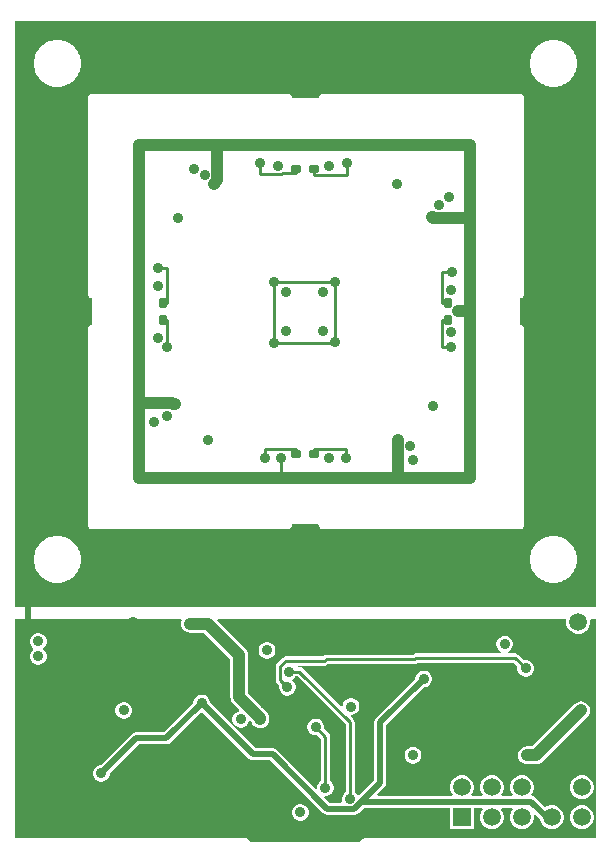
<source format=gbl>
G04*
G04 #@! TF.GenerationSoftware,Altium Limited,Altium Designer,22.9.1 (49)*
G04*
G04 Layer_Physical_Order=4*
G04 Layer_Color=16711680*
%FSLAX24Y24*%
%MOIN*%
G70*
G04*
G04 #@! TF.SameCoordinates,552243BB-0F40-405C-A021-40A65FA5EEAB*
G04*
G04*
G04 #@! TF.FilePolarity,Positive*
G04*
G01*
G75*
%ADD10C,0.0098*%
G04:AMPARAMS|DCode=22|XSize=31.5mil|YSize=29.5mil|CornerRadius=7.4mil|HoleSize=0mil|Usage=FLASHONLY|Rotation=90.000|XOffset=0mil|YOffset=0mil|HoleType=Round|Shape=RoundedRectangle|*
%AMROUNDEDRECTD22*
21,1,0.0315,0.0148,0,0,90.0*
21,1,0.0167,0.0295,0,0,90.0*
1,1,0.0148,0.0074,0.0084*
1,1,0.0148,0.0074,-0.0084*
1,1,0.0148,-0.0074,-0.0084*
1,1,0.0148,-0.0074,0.0084*
%
%ADD22ROUNDEDRECTD22*%
G04:AMPARAMS|DCode=26|XSize=31.5mil|YSize=29.5mil|CornerRadius=7.4mil|HoleSize=0mil|Usage=FLASHONLY|Rotation=180.000|XOffset=0mil|YOffset=0mil|HoleType=Round|Shape=RoundedRectangle|*
%AMROUNDEDRECTD26*
21,1,0.0315,0.0148,0,0,180.0*
21,1,0.0167,0.0295,0,0,180.0*
1,1,0.0148,-0.0084,0.0074*
1,1,0.0148,0.0084,0.0074*
1,1,0.0148,0.0084,-0.0074*
1,1,0.0148,-0.0084,-0.0074*
%
%ADD26ROUNDEDRECTD26*%
%ADD62C,0.0197*%
%ADD63C,0.0394*%
%ADD66C,0.0591*%
%ADD67R,0.0591X0.0591*%
%ADD68C,0.0354*%
G36*
X9690Y-17564D02*
X1969D01*
X1910Y-17575D01*
X1860Y-17608D01*
X1827Y-17658D01*
X1819Y-17700D01*
X-1819D01*
X-1827Y-17658D01*
X-1860Y-17608D01*
X-1910Y-17575D01*
X-1969Y-17564D01*
X-9690D01*
X-9690Y-10250D01*
X-4155D01*
X-4121Y-10300D01*
X-4134Y-10330D01*
X-4144Y-10408D01*
X-4134Y-10485D01*
X-4104Y-10557D01*
X-4056Y-10619D01*
X-3994Y-10667D01*
X-3922Y-10697D01*
X-3845Y-10707D01*
X-3366D01*
X-2499Y-11574D01*
Y-12850D01*
X-2489Y-12927D01*
X-2459Y-12999D01*
X-2412Y-13061D01*
X-2198Y-13275D01*
X-2214Y-13330D01*
X-2257Y-13342D01*
X-2320Y-13378D01*
X-2372Y-13430D01*
X-2408Y-13493D01*
X-2427Y-13564D01*
Y-13636D01*
X-2408Y-13707D01*
X-2372Y-13770D01*
X-2320Y-13822D01*
X-2257Y-13858D01*
X-2186Y-13877D01*
X-2114D01*
X-2043Y-13858D01*
X-1980Y-13822D01*
X-1928Y-13770D01*
X-1892Y-13707D01*
X-1880Y-13664D01*
X-1825Y-13648D01*
X-1785Y-13688D01*
X-1759Y-13750D01*
X-1712Y-13812D01*
X-1650Y-13859D01*
X-1577Y-13889D01*
X-1500Y-13899D01*
X-1423Y-13889D01*
X-1350Y-13859D01*
X-1288Y-13812D01*
X-1241Y-13750D01*
X-1211Y-13677D01*
X-1201Y-13600D01*
Y-13550D01*
X-1211Y-13472D01*
X-1241Y-13400D01*
X-1288Y-13338D01*
X-1901Y-12726D01*
Y-11450D01*
X-1911Y-11373D01*
X-1928Y-11330D01*
X-1941Y-11300D01*
X-1988Y-11238D01*
X-2930Y-10296D01*
X-2911Y-10250D01*
X8677D01*
X8707Y-10290D01*
X8705Y-10298D01*
Y-10402D01*
X8732Y-10503D01*
X8784Y-10593D01*
X8857Y-10666D01*
X8947Y-10718D01*
X9048Y-10745D01*
X9152D01*
X9253Y-10718D01*
X9343Y-10666D01*
X9416Y-10593D01*
X9468Y-10503D01*
X9495Y-10402D01*
Y-10298D01*
X9493Y-10290D01*
X9523Y-10250D01*
X9690D01*
X9690Y-17564D01*
D02*
G37*
G36*
X9690Y-9850D02*
X-9690D01*
X-9690Y9690D01*
X9690D01*
X9690Y-9850D01*
D02*
G37*
%LPC*%
G36*
X6686Y-10815D02*
X6613D01*
X6543Y-10833D01*
X6480Y-10870D01*
X6428Y-10921D01*
X6392Y-10985D01*
X6373Y-11055D01*
Y-11128D01*
X6392Y-11199D01*
X6428Y-11262D01*
X6480Y-11313D01*
X6539Y-11348D01*
X6541Y-11352D01*
X6516Y-11398D01*
X3688D01*
X3688Y-11398D01*
X3629Y-11409D01*
X3580Y-11442D01*
X3580Y-11442D01*
X3574Y-11448D01*
X700D01*
X700Y-11448D01*
X642Y-11459D01*
X592Y-11492D01*
X592Y-11492D01*
X587Y-11498D01*
X-650D01*
X-708Y-11509D01*
X-758Y-11542D01*
X-941Y-11726D01*
X-974Y-11775D01*
X-985Y-11833D01*
Y-12293D01*
X-974Y-12351D01*
X-941Y-12400D01*
X-872Y-12469D01*
X-877Y-12489D01*
Y-12562D01*
X-858Y-12633D01*
X-822Y-12696D01*
X-770Y-12748D01*
X-707Y-12784D01*
X-636Y-12803D01*
X-564D01*
X-493Y-12784D01*
X-430Y-12748D01*
X-378Y-12696D01*
X-342Y-12633D01*
X-323Y-12562D01*
Y-12489D01*
X-342Y-12419D01*
X-378Y-12356D01*
X-424Y-12310D01*
X-427Y-12282D01*
X-423Y-12251D01*
X-387Y-12230D01*
X-335Y-12178D01*
X-325Y-12160D01*
X-255D01*
X1348Y-13763D01*
Y-16018D01*
X1330Y-16028D01*
X1278Y-16080D01*
X1242Y-16143D01*
X1223Y-16214D01*
Y-16286D01*
X1233Y-16323D01*
X1196Y-16373D01*
X809D01*
X638Y-16202D01*
X659Y-16152D01*
X711D01*
X782Y-16133D01*
X845Y-16097D01*
X897Y-16045D01*
X933Y-15982D01*
X952Y-15911D01*
Y-15839D01*
X933Y-15768D01*
X897Y-15705D01*
X845Y-15653D01*
X827Y-15643D01*
Y-14175D01*
X816Y-14117D01*
X783Y-14067D01*
X783Y-14067D01*
X622Y-13907D01*
X627Y-13886D01*
Y-13814D01*
X608Y-13743D01*
X572Y-13680D01*
X520Y-13628D01*
X457Y-13592D01*
X386Y-13573D01*
X314D01*
X243Y-13592D01*
X180Y-13628D01*
X128Y-13680D01*
X92Y-13743D01*
X73Y-13814D01*
Y-13886D01*
X92Y-13957D01*
X128Y-14020D01*
X180Y-14072D01*
X243Y-14108D01*
X314Y-14127D01*
X386D01*
X407Y-14122D01*
X523Y-14238D01*
Y-15643D01*
X505Y-15653D01*
X453Y-15705D01*
X417Y-15768D01*
X398Y-15839D01*
Y-15891D01*
X348Y-15912D01*
X-942Y-14622D01*
X-1008Y-14578D01*
X-1085Y-14563D01*
X-1651D01*
X-3173Y-13041D01*
Y-13014D01*
X-3192Y-12943D01*
X-3228Y-12880D01*
X-3280Y-12828D01*
X-3343Y-12792D01*
X-3414Y-12773D01*
X-3486D01*
X-3557Y-12792D01*
X-3620Y-12828D01*
X-3672Y-12880D01*
X-3708Y-12943D01*
X-3727Y-13014D01*
Y-13041D01*
X-4709Y-14023D01*
X-5625D01*
X-5702Y-14038D01*
X-5768Y-14082D01*
X-6809Y-15123D01*
X-6836D01*
X-6907Y-15142D01*
X-6970Y-15178D01*
X-7022Y-15230D01*
X-7058Y-15293D01*
X-7077Y-15364D01*
Y-15436D01*
X-7058Y-15507D01*
X-7022Y-15570D01*
X-6970Y-15622D01*
X-6907Y-15658D01*
X-6836Y-15677D01*
X-6764D01*
X-6693Y-15658D01*
X-6630Y-15622D01*
X-6578Y-15570D01*
X-6542Y-15507D01*
X-6523Y-15436D01*
Y-15409D01*
X-5541Y-14427D01*
X-4625D01*
X-4548Y-14412D01*
X-4482Y-14368D01*
X-3450Y-13336D01*
X-1878Y-14908D01*
X-1812Y-14952D01*
X-1735Y-14967D01*
X-1169D01*
X583Y-16719D01*
X648Y-16762D01*
X726Y-16778D01*
X1635D01*
X1712Y-16762D01*
X1778Y-16719D01*
X1944Y-16552D01*
X4829D01*
Y-17250D01*
X5620D01*
Y-16552D01*
X5902D01*
X5921Y-16599D01*
X5908Y-16612D01*
X5856Y-16702D01*
X5829Y-16802D01*
Y-16906D01*
X5856Y-17007D01*
X5908Y-17097D01*
X5982Y-17171D01*
X6072Y-17223D01*
X6172Y-17250D01*
X6276D01*
X6377Y-17223D01*
X6467Y-17171D01*
X6541Y-17097D01*
X6593Y-17007D01*
X6620Y-16906D01*
Y-16802D01*
X6593Y-16702D01*
X6541Y-16612D01*
X6528Y-16599D01*
X6547Y-16552D01*
X6902D01*
X6921Y-16599D01*
X6908Y-16612D01*
X6856Y-16702D01*
X6829Y-16802D01*
Y-16906D01*
X6856Y-17007D01*
X6908Y-17097D01*
X6982Y-17171D01*
X7072Y-17223D01*
X7172Y-17250D01*
X7276D01*
X7377Y-17223D01*
X7467Y-17171D01*
X7541Y-17097D01*
X7593Y-17007D01*
X7620Y-16906D01*
Y-16802D01*
X7614Y-16782D01*
X7659Y-16756D01*
X7836Y-16934D01*
X7856Y-17007D01*
X7908Y-17097D01*
X7982Y-17171D01*
X8072Y-17223D01*
X8172Y-17250D01*
X8276D01*
X8377Y-17223D01*
X8467Y-17171D01*
X8541Y-17097D01*
X8593Y-17007D01*
X8620Y-16906D01*
Y-16802D01*
X8593Y-16702D01*
X8541Y-16612D01*
X8467Y-16538D01*
X8377Y-16486D01*
X8276Y-16459D01*
X8172D01*
X8072Y-16486D01*
X8002Y-16527D01*
X7682Y-16207D01*
X7616Y-16163D01*
X7557Y-16151D01*
X7537Y-16101D01*
X7541Y-16097D01*
X7593Y-16007D01*
X7620Y-15906D01*
Y-15802D01*
X7593Y-15702D01*
X7541Y-15612D01*
X7467Y-15538D01*
X7377Y-15486D01*
X7276Y-15459D01*
X7172D01*
X7072Y-15486D01*
X6982Y-15538D01*
X6908Y-15612D01*
X6856Y-15702D01*
X6829Y-15802D01*
Y-15906D01*
X6856Y-16007D01*
X6908Y-16097D01*
X6913Y-16101D01*
X6893Y-16148D01*
X6555D01*
X6536Y-16101D01*
X6541Y-16097D01*
X6593Y-16007D01*
X6620Y-15906D01*
Y-15802D01*
X6593Y-15702D01*
X6541Y-15612D01*
X6467Y-15538D01*
X6377Y-15486D01*
X6276Y-15459D01*
X6172D01*
X6072Y-15486D01*
X5982Y-15538D01*
X5908Y-15612D01*
X5856Y-15702D01*
X5829Y-15802D01*
Y-15906D01*
X5856Y-16007D01*
X5908Y-16097D01*
X5913Y-16101D01*
X5893Y-16148D01*
X5555D01*
X5536Y-16101D01*
X5541Y-16097D01*
X5593Y-16007D01*
X5620Y-15906D01*
Y-15802D01*
X5593Y-15702D01*
X5541Y-15612D01*
X5467Y-15538D01*
X5377Y-15486D01*
X5276Y-15459D01*
X5172D01*
X5072Y-15486D01*
X4982Y-15538D01*
X4908Y-15612D01*
X4856Y-15702D01*
X4829Y-15802D01*
Y-15906D01*
X4856Y-16007D01*
X4908Y-16097D01*
X4913Y-16101D01*
X4893Y-16148D01*
X2414D01*
X2395Y-16101D01*
X2643Y-15854D01*
X2687Y-15788D01*
X2702Y-15710D01*
Y-13784D01*
X3959Y-12527D01*
X3986D01*
X4057Y-12508D01*
X4120Y-12472D01*
X4172Y-12420D01*
X4208Y-12357D01*
X4227Y-12286D01*
Y-12214D01*
X4208Y-12143D01*
X4172Y-12080D01*
X4120Y-12028D01*
X4057Y-11992D01*
X3986Y-11973D01*
X3914D01*
X3843Y-11992D01*
X3780Y-12028D01*
X3728Y-12080D01*
X3692Y-12143D01*
X3673Y-12214D01*
Y-12241D01*
X2357Y-13557D01*
X2313Y-13623D01*
X2298Y-13700D01*
Y-15627D01*
X1802Y-16122D01*
X1741Y-16113D01*
X1722Y-16080D01*
X1670Y-16028D01*
X1652Y-16018D01*
Y-13700D01*
X1652Y-13700D01*
X1641Y-13642D01*
X1608Y-13592D01*
X1608Y-13592D01*
X1513Y-13498D01*
X1534Y-13448D01*
X1566D01*
X1636Y-13429D01*
X1699Y-13393D01*
X1751Y-13341D01*
X1787Y-13278D01*
X1806Y-13207D01*
Y-13134D01*
X1787Y-13064D01*
X1751Y-13001D01*
X1699Y-12949D01*
X1636Y-12913D01*
X1566Y-12894D01*
X1493D01*
X1422Y-12913D01*
X1359Y-12949D01*
X1307Y-13001D01*
X1271Y-13064D01*
X1252Y-13134D01*
Y-13166D01*
X1202Y-13187D01*
X-84Y-11901D01*
X-133Y-11868D01*
X-192Y-11856D01*
X-275D01*
X-277Y-11852D01*
X-250Y-11802D01*
X650D01*
X708Y-11791D01*
X758Y-11758D01*
X763Y-11752D01*
X3638D01*
X3696Y-11741D01*
X3745Y-11708D01*
X3751Y-11702D01*
X6937D01*
X7078Y-11843D01*
X7073Y-11864D01*
Y-11936D01*
X7092Y-12007D01*
X7128Y-12070D01*
X7180Y-12122D01*
X7243Y-12158D01*
X7314Y-12177D01*
X7386D01*
X7457Y-12158D01*
X7520Y-12122D01*
X7572Y-12070D01*
X7608Y-12007D01*
X7627Y-11936D01*
Y-11864D01*
X7608Y-11793D01*
X7572Y-11730D01*
X7520Y-11678D01*
X7457Y-11642D01*
X7386Y-11623D01*
X7314D01*
X7293Y-11628D01*
X7108Y-11442D01*
X7058Y-11409D01*
X7000Y-11398D01*
X6784D01*
X6759Y-11352D01*
X6761Y-11348D01*
X6820Y-11313D01*
X6872Y-11262D01*
X6908Y-11199D01*
X6927Y-11128D01*
Y-11055D01*
X6908Y-10985D01*
X6872Y-10921D01*
X6820Y-10870D01*
X6757Y-10833D01*
X6686Y-10815D01*
D02*
G37*
G36*
X-1240Y-11023D02*
X-1313D01*
X-1384Y-11042D01*
X-1447Y-11078D01*
X-1498Y-11130D01*
X-1535Y-11193D01*
X-1554Y-11264D01*
Y-11336D01*
X-1535Y-11407D01*
X-1498Y-11470D01*
X-1447Y-11522D01*
X-1384Y-11558D01*
X-1313Y-11577D01*
X-1240D01*
X-1170Y-11558D01*
X-1106Y-11522D01*
X-1055Y-11470D01*
X-1018Y-11407D01*
X-999Y-11336D01*
Y-11264D01*
X-1018Y-11193D01*
X-1055Y-11130D01*
X-1106Y-11078D01*
X-1170Y-11042D01*
X-1240Y-11023D01*
D02*
G37*
G36*
X-8864Y-10723D02*
X-8936D01*
X-9007Y-10742D01*
X-9070Y-10778D01*
X-9122Y-10830D01*
X-9158Y-10893D01*
X-9177Y-10964D01*
Y-11036D01*
X-9158Y-11107D01*
X-9122Y-11170D01*
X-9070Y-11222D01*
X-9065Y-11225D01*
Y-11275D01*
X-9070Y-11278D01*
X-9122Y-11330D01*
X-9158Y-11393D01*
X-9177Y-11464D01*
Y-11536D01*
X-9158Y-11607D01*
X-9122Y-11670D01*
X-9070Y-11722D01*
X-9007Y-11758D01*
X-8936Y-11777D01*
X-8864D01*
X-8793Y-11758D01*
X-8730Y-11722D01*
X-8678Y-11670D01*
X-8642Y-11607D01*
X-8623Y-11536D01*
Y-11464D01*
X-8642Y-11393D01*
X-8678Y-11330D01*
X-8730Y-11278D01*
X-8735Y-11275D01*
Y-11225D01*
X-8730Y-11222D01*
X-8678Y-11170D01*
X-8642Y-11107D01*
X-8623Y-11036D01*
Y-10964D01*
X-8642Y-10893D01*
X-8678Y-10830D01*
X-8730Y-10778D01*
X-8793Y-10742D01*
X-8864Y-10723D01*
D02*
G37*
G36*
X-6014Y-13023D02*
X-6086D01*
X-6157Y-13042D01*
X-6220Y-13078D01*
X-6272Y-13130D01*
X-6308Y-13193D01*
X-6327Y-13264D01*
Y-13336D01*
X-6308Y-13407D01*
X-6272Y-13470D01*
X-6220Y-13522D01*
X-6157Y-13558D01*
X-6086Y-13577D01*
X-6014D01*
X-5943Y-13558D01*
X-5880Y-13522D01*
X-5828Y-13470D01*
X-5792Y-13407D01*
X-5773Y-13336D01*
Y-13264D01*
X-5792Y-13193D01*
X-5828Y-13130D01*
X-5880Y-13078D01*
X-5943Y-13042D01*
X-6014Y-13023D01*
D02*
G37*
G36*
X3630Y-14517D02*
X3557D01*
X3487Y-14535D01*
X3424Y-14572D01*
X3372Y-14624D01*
X3335Y-14687D01*
X3317Y-14757D01*
Y-14830D01*
X3335Y-14901D01*
X3372Y-14964D01*
X3424Y-15015D01*
X3487Y-15052D01*
X3557Y-15071D01*
X3630D01*
X3701Y-15052D01*
X3764Y-15015D01*
X3815Y-14964D01*
X3852Y-14901D01*
X3871Y-14830D01*
Y-14757D01*
X3852Y-14687D01*
X3815Y-14624D01*
X3764Y-14572D01*
X3701Y-14535D01*
X3630Y-14517D01*
D02*
G37*
G36*
X9190Y-12996D02*
X9113Y-13006D01*
X9041Y-13036D01*
X8979Y-13084D01*
X7568Y-14494D01*
X7394D01*
X7316Y-14504D01*
X7244Y-14534D01*
X7182Y-14582D01*
X7134Y-14644D01*
X7104Y-14716D01*
X7094Y-14794D01*
X7104Y-14871D01*
X7134Y-14943D01*
X7182Y-15005D01*
X7244Y-15053D01*
X7316Y-15083D01*
X7394Y-15093D01*
X7692D01*
X7770Y-15083D01*
X7842Y-15053D01*
X7904Y-15005D01*
X9402Y-13507D01*
X9450Y-13445D01*
X9480Y-13373D01*
X9490Y-13295D01*
X9480Y-13218D01*
X9450Y-13146D01*
X9402Y-13084D01*
X9340Y-13036D01*
X9268Y-13006D01*
X9190Y-12996D01*
D02*
G37*
G36*
X9276Y-15459D02*
X9172D01*
X9072Y-15486D01*
X8982Y-15538D01*
X8908Y-15612D01*
X8856Y-15702D01*
X8829Y-15802D01*
Y-15906D01*
X8856Y-16007D01*
X8908Y-16097D01*
X8982Y-16171D01*
X9072Y-16223D01*
X9172Y-16250D01*
X9276D01*
X9377Y-16223D01*
X9467Y-16171D01*
X9541Y-16097D01*
X9593Y-16007D01*
X9620Y-15906D01*
Y-15802D01*
X9593Y-15702D01*
X9541Y-15612D01*
X9467Y-15538D01*
X9377Y-15486D01*
X9276Y-15459D01*
D02*
G37*
G36*
X-129Y-16423D02*
X-202D01*
X-272Y-16442D01*
X-336Y-16478D01*
X-387Y-16530D01*
X-424Y-16593D01*
X-442Y-16664D01*
Y-16736D01*
X-424Y-16807D01*
X-387Y-16870D01*
X-336Y-16922D01*
X-272Y-16958D01*
X-202Y-16977D01*
X-129D01*
X-58Y-16958D01*
X5Y-16922D01*
X56Y-16870D01*
X93Y-16807D01*
X112Y-16736D01*
Y-16664D01*
X93Y-16593D01*
X56Y-16530D01*
X5Y-16478D01*
X-58Y-16442D01*
X-129Y-16423D01*
D02*
G37*
G36*
X9276Y-16459D02*
X9172D01*
X9072Y-16486D01*
X8982Y-16538D01*
X8908Y-16612D01*
X8856Y-16702D01*
X8829Y-16802D01*
Y-16906D01*
X8856Y-17007D01*
X8908Y-17097D01*
X8982Y-17171D01*
X9072Y-17223D01*
X9172Y-17250D01*
X9276D01*
X9377Y-17223D01*
X9467Y-17171D01*
X9541Y-17097D01*
X9593Y-17007D01*
X9620Y-16906D01*
Y-16802D01*
X9593Y-16702D01*
X9541Y-16612D01*
X9467Y-16538D01*
X9377Y-16486D01*
X9276Y-16459D01*
D02*
G37*
G36*
X8330Y9051D02*
X8206D01*
X8191Y9048D01*
X8176D01*
X8054Y9023D01*
X8040Y9018D01*
X8025Y9015D01*
X7911Y8967D01*
X7898Y8959D01*
X7884Y8953D01*
X7781Y8884D01*
X7771Y8874D01*
X7758Y8865D01*
X7670Y8777D01*
X7662Y8765D01*
X7651Y8754D01*
X7582Y8651D01*
X7577Y8637D01*
X7568Y8625D01*
X7521Y8510D01*
X7518Y8495D01*
X7512Y8481D01*
X7488Y8360D01*
Y8345D01*
X7485Y8330D01*
Y8268D01*
Y8206D01*
X7488Y8191D01*
Y8176D01*
X7512Y8054D01*
X7518Y8040D01*
X7521Y8025D01*
X7568Y7911D01*
X7577Y7898D01*
X7582Y7884D01*
X7651Y7781D01*
X7662Y7771D01*
X7670Y7758D01*
X7758Y7670D01*
X7771Y7662D01*
X7781Y7651D01*
X7884Y7582D01*
X7898Y7577D01*
X7911Y7568D01*
X8025Y7521D01*
X8040Y7518D01*
X8054Y7512D01*
X8176Y7488D01*
X8191D01*
X8206Y7485D01*
X8330D01*
X8345Y7488D01*
X8360D01*
X8481Y7512D01*
X8495Y7518D01*
X8510Y7521D01*
X8625Y7568D01*
X8637Y7577D01*
X8651Y7582D01*
X8754Y7651D01*
X8765Y7662D01*
X8777Y7670D01*
X8865Y7758D01*
X8874Y7771D01*
X8884Y7781D01*
X8953Y7884D01*
X8959Y7898D01*
X8967Y7911D01*
X9015Y8025D01*
X9018Y8040D01*
X9023Y8054D01*
X9048Y8176D01*
Y8191D01*
X9051Y8206D01*
Y8268D01*
Y8330D01*
X9048Y8345D01*
Y8360D01*
X9023Y8481D01*
X9018Y8495D01*
X9015Y8510D01*
X8967Y8625D01*
X8959Y8637D01*
X8953Y8651D01*
X8884Y8754D01*
X8874Y8765D01*
X8865Y8777D01*
X8777Y8865D01*
X8765Y8874D01*
X8754Y8884D01*
X8651Y8953D01*
X8637Y8959D01*
X8625Y8967D01*
X8510Y9015D01*
X8495Y9018D01*
X8481Y9023D01*
X8360Y9048D01*
X8345D01*
X8330Y9051D01*
D02*
G37*
G36*
X-8206D02*
X-8330D01*
X-8345Y9048D01*
X-8360D01*
X-8481Y9023D01*
X-8495Y9018D01*
X-8510Y9015D01*
X-8625Y8967D01*
X-8637Y8959D01*
X-8651Y8953D01*
X-8754Y8884D01*
X-8765Y8874D01*
X-8777Y8865D01*
X-8865Y8777D01*
X-8874Y8765D01*
X-8884Y8754D01*
X-8953Y8651D01*
X-8959Y8637D01*
X-8967Y8625D01*
X-9015Y8510D01*
X-9018Y8495D01*
X-9023Y8481D01*
X-9048Y8360D01*
Y8345D01*
X-9051Y8330D01*
Y8268D01*
Y8206D01*
X-9048Y8191D01*
Y8176D01*
X-9023Y8054D01*
X-9018Y8040D01*
X-9015Y8025D01*
X-8967Y7911D01*
X-8959Y7898D01*
X-8953Y7884D01*
X-8884Y7781D01*
X-8874Y7771D01*
X-8865Y7758D01*
X-8777Y7670D01*
X-8765Y7662D01*
X-8754Y7651D01*
X-8651Y7582D01*
X-8637Y7577D01*
X-8625Y7568D01*
X-8510Y7521D01*
X-8495Y7518D01*
X-8481Y7512D01*
X-8360Y7488D01*
X-8345D01*
X-8330Y7485D01*
X-8206D01*
X-8191Y7488D01*
X-8176D01*
X-8054Y7512D01*
X-8040Y7518D01*
X-8025Y7521D01*
X-7911Y7568D01*
X-7898Y7577D01*
X-7884Y7582D01*
X-7781Y7651D01*
X-7771Y7662D01*
X-7758Y7670D01*
X-7670Y7758D01*
X-7662Y7771D01*
X-7651Y7781D01*
X-7582Y7884D01*
X-7577Y7898D01*
X-7568Y7911D01*
X-7521Y8025D01*
X-7518Y8040D01*
X-7512Y8054D01*
X-7488Y8176D01*
Y8191D01*
X-7485Y8206D01*
Y8268D01*
Y8330D01*
X-7488Y8345D01*
Y8360D01*
X-7512Y8481D01*
X-7518Y8495D01*
X-7521Y8510D01*
X-7568Y8625D01*
X-7577Y8637D01*
X-7582Y8651D01*
X-7651Y8754D01*
X-7662Y8765D01*
X-7670Y8777D01*
X-7758Y8865D01*
X-7771Y8874D01*
X-7781Y8884D01*
X-7884Y8953D01*
X-7898Y8959D01*
X-7911Y8967D01*
X-8025Y9015D01*
X-8040Y9018D01*
X-8054Y9023D01*
X-8176Y9048D01*
X-8191D01*
X-8206Y9051D01*
D02*
G37*
G36*
X7150Y7253D02*
X591Y7253D01*
X591Y7253D01*
X532Y7241D01*
X482Y7208D01*
X449Y7159D01*
X438Y7100D01*
X-438D01*
X-449Y7159D01*
X-482Y7208D01*
X-532Y7241D01*
X-591Y7253D01*
X-7100D01*
X-7159Y7241D01*
X-7208Y7208D01*
X-7241Y7159D01*
X-7253Y7100D01*
Y591D01*
X-7241Y532D01*
X-7208Y482D01*
X-7159Y449D01*
X-7100Y438D01*
Y-438D01*
X-7159Y-449D01*
X-7208Y-482D01*
X-7241Y-532D01*
X-7253Y-591D01*
Y-7100D01*
X-7241Y-7159D01*
X-7208Y-7208D01*
X-7159Y-7241D01*
X-7100Y-7253D01*
X-591D01*
X-532Y-7241D01*
X-482Y-7208D01*
X-449Y-7159D01*
X-438Y-7100D01*
X438D01*
Y-7100D01*
X449Y-7159D01*
X482Y-7208D01*
X532Y-7241D01*
X591Y-7253D01*
X7150Y-7253D01*
X7209Y-7241D01*
X7258Y-7208D01*
X7291Y-7159D01*
X7303Y-7100D01*
Y-591D01*
X7291Y-532D01*
X7258Y-482D01*
X7209Y-449D01*
X7150Y-438D01*
Y438D01*
X7209Y449D01*
X7258Y482D01*
X7291Y532D01*
X7303Y591D01*
Y7100D01*
X7291Y7159D01*
X7258Y7208D01*
X7209Y7241D01*
X7150Y7253D01*
D02*
G37*
G36*
X8330Y-7485D02*
X8206D01*
X8191Y-7488D01*
X8176D01*
X8054Y-7512D01*
X8040Y-7518D01*
X8025Y-7521D01*
X7911Y-7568D01*
X7898Y-7577D01*
X7884Y-7582D01*
X7781Y-7651D01*
X7771Y-7662D01*
X7758Y-7670D01*
X7670Y-7758D01*
X7662Y-7771D01*
X7651Y-7781D01*
X7582Y-7884D01*
X7577Y-7898D01*
X7568Y-7911D01*
X7521Y-8025D01*
X7518Y-8040D01*
X7512Y-8054D01*
X7488Y-8176D01*
Y-8191D01*
X7485Y-8206D01*
Y-8268D01*
Y-8330D01*
X7488Y-8345D01*
Y-8360D01*
X7512Y-8481D01*
X7518Y-8495D01*
X7521Y-8510D01*
X7568Y-8625D01*
X7577Y-8637D01*
X7582Y-8651D01*
X7651Y-8754D01*
X7662Y-8765D01*
X7670Y-8777D01*
X7758Y-8865D01*
X7771Y-8874D01*
X7781Y-8884D01*
X7884Y-8953D01*
X7898Y-8959D01*
X7911Y-8967D01*
X8025Y-9015D01*
X8040Y-9018D01*
X8054Y-9023D01*
X8176Y-9048D01*
X8191D01*
X8206Y-9051D01*
X8330D01*
X8345Y-9048D01*
X8360D01*
X8481Y-9023D01*
X8495Y-9018D01*
X8510Y-9015D01*
X8625Y-8967D01*
X8637Y-8959D01*
X8651Y-8953D01*
X8754Y-8884D01*
X8765Y-8874D01*
X8777Y-8865D01*
X8865Y-8777D01*
X8874Y-8765D01*
X8884Y-8754D01*
X8953Y-8651D01*
X8959Y-8637D01*
X8967Y-8625D01*
X9015Y-8510D01*
X9018Y-8495D01*
X9023Y-8481D01*
X9048Y-8360D01*
Y-8345D01*
X9051Y-8330D01*
Y-8268D01*
Y-8206D01*
X9048Y-8191D01*
Y-8176D01*
X9023Y-8054D01*
X9018Y-8040D01*
X9015Y-8025D01*
X8967Y-7911D01*
X8959Y-7898D01*
X8953Y-7884D01*
X8884Y-7781D01*
X8874Y-7771D01*
X8865Y-7758D01*
X8777Y-7670D01*
X8765Y-7662D01*
X8754Y-7651D01*
X8651Y-7582D01*
X8637Y-7577D01*
X8625Y-7568D01*
X8510Y-7521D01*
X8495Y-7518D01*
X8481Y-7512D01*
X8360Y-7488D01*
X8345D01*
X8330Y-7485D01*
D02*
G37*
G36*
X-8206D02*
X-8330D01*
X-8345Y-7488D01*
X-8360D01*
X-8481Y-7512D01*
X-8495Y-7518D01*
X-8510Y-7521D01*
X-8625Y-7568D01*
X-8637Y-7577D01*
X-8651Y-7582D01*
X-8754Y-7651D01*
X-8765Y-7662D01*
X-8777Y-7670D01*
X-8865Y-7758D01*
X-8874Y-7771D01*
X-8884Y-7781D01*
X-8953Y-7884D01*
X-8959Y-7898D01*
X-8967Y-7911D01*
X-9015Y-8025D01*
X-9018Y-8040D01*
X-9023Y-8054D01*
X-9048Y-8176D01*
Y-8191D01*
X-9051Y-8206D01*
Y-8268D01*
Y-8330D01*
X-9048Y-8345D01*
Y-8360D01*
X-9023Y-8481D01*
X-9018Y-8495D01*
X-9015Y-8510D01*
X-8967Y-8625D01*
X-8959Y-8637D01*
X-8953Y-8651D01*
X-8884Y-8754D01*
X-8874Y-8765D01*
X-8865Y-8777D01*
X-8777Y-8865D01*
X-8765Y-8874D01*
X-8754Y-8884D01*
X-8651Y-8953D01*
X-8637Y-8959D01*
X-8625Y-8967D01*
X-8510Y-9015D01*
X-8495Y-9018D01*
X-8481Y-9023D01*
X-8360Y-9048D01*
X-8345D01*
X-8330Y-9051D01*
X-8206D01*
X-8191Y-9048D01*
X-8176D01*
X-8054Y-9023D01*
X-8040Y-9018D01*
X-8025Y-9015D01*
X-7911Y-8967D01*
X-7898Y-8959D01*
X-7884Y-8953D01*
X-7781Y-8884D01*
X-7771Y-8874D01*
X-7758Y-8865D01*
X-7670Y-8777D01*
X-7662Y-8765D01*
X-7651Y-8754D01*
X-7582Y-8651D01*
X-7577Y-8637D01*
X-7568Y-8625D01*
X-7521Y-8510D01*
X-7518Y-8495D01*
X-7512Y-8481D01*
X-7488Y-8360D01*
Y-8345D01*
X-7485Y-8330D01*
Y-8268D01*
Y-8206D01*
X-7488Y-8191D01*
Y-8176D01*
X-7512Y-8054D01*
X-7518Y-8040D01*
X-7521Y-8025D01*
X-7568Y-7911D01*
X-7577Y-7898D01*
X-7582Y-7884D01*
X-7651Y-7781D01*
X-7662Y-7771D01*
X-7670Y-7758D01*
X-7758Y-7670D01*
X-7771Y-7662D01*
X-7781Y-7651D01*
X-7884Y-7582D01*
X-7898Y-7577D01*
X-7911Y-7568D01*
X-8025Y-7521D01*
X-8040Y-7518D01*
X-8054Y-7512D01*
X-8176Y-7488D01*
X-8191D01*
X-8206Y-7485D01*
D02*
G37*
%LPD*%
D10*
X3688Y-11550D02*
X7000D01*
X650Y-11650D02*
X700Y-11600D01*
X-650Y-11650D02*
X650D01*
X3638Y-11600D02*
X3688Y-11550D01*
X700Y-11600D02*
X3638D01*
X-833Y-11833D02*
X-650Y-11650D01*
X7000Y-11550D02*
X7350Y-11900D01*
X-833Y-12293D02*
Y-11833D01*
X-192Y-12008D02*
X1500Y-13700D01*
X-557Y-12008D02*
X-192D01*
X-833Y-12293D02*
X-600Y-12526D01*
X1500Y-16250D02*
Y-13700D01*
X-4600Y-1200D02*
Y-295D01*
X675Y-15875D02*
Y-14175D01*
X350Y-13850D02*
X675Y-14175D01*
X-1350Y-4600D02*
X-295D01*
X991Y-1034D02*
Y991D01*
X-1047D02*
X991D01*
X-1047Y-1041D02*
Y991D01*
X-1041Y-1041D02*
X984D01*
X1400Y4550D02*
Y4950D01*
X295Y4550D02*
X1400D01*
X295D02*
Y4750D01*
X-759Y4600D02*
X-295D01*
X-1500Y4574D02*
Y4950D01*
X-786Y4574D02*
X-759Y4600D01*
X-1500Y4574D02*
X-786D01*
X-295Y4600D02*
Y4750D01*
X-4900Y1450D02*
X-4600D01*
Y295D02*
Y1450D01*
X-4750Y295D02*
X-4600D01*
X-4750Y-295D02*
X-4600D01*
X4550Y1300D02*
X4900D01*
X4550Y295D02*
Y1300D01*
Y295D02*
X4750D01*
X4550Y-1200D02*
X4850D01*
X4550D02*
Y-295D01*
X4750D01*
X1350Y-4900D02*
Y-4600D01*
X295D02*
X1350D01*
X295Y-4750D02*
Y-4600D01*
X-1350Y-4900D02*
Y-4600D01*
X-295Y-4750D02*
Y-4600D01*
X-900Y-5559D02*
X-800D01*
Y-4900D01*
X984Y-1034D02*
X991D01*
X984Y-1041D02*
Y-1034D01*
X-1047Y991D02*
Y997D01*
Y-1041D02*
X-1041D01*
D22*
X-4750Y295D02*
D03*
Y-295D02*
D03*
X4750D02*
D03*
Y295D02*
D03*
D26*
X-295Y-4750D02*
D03*
X295D02*
D03*
Y4750D02*
D03*
X-295D02*
D03*
D62*
X7539Y-16350D02*
X8118Y-16929D01*
X1860Y-16350D02*
X2500Y-15710D01*
X1635Y-16576D02*
X1860Y-16350D01*
X7539D01*
X-1085Y-14765D02*
X726Y-16576D01*
X2500Y-15710D02*
Y-13700D01*
X726Y-16576D02*
X1635D01*
X-9250Y-10450D02*
Y-9300D01*
X2500Y-13700D02*
X3950Y-12250D01*
X-1735Y-14765D02*
X-1085D01*
X-3450Y-13050D02*
X-1735Y-14765D01*
X-6800Y-15400D02*
X-5625Y-14225D01*
X-4625D01*
X-3450Y-13050D01*
D63*
X7692Y-14794D02*
X9190Y-13295D01*
X7394Y-14794D02*
X7692D01*
X-3845Y-10408D02*
X-3242D01*
X-2200Y-11450D01*
Y-12850D02*
Y-11450D01*
X-1500Y-13600D02*
Y-13550D01*
X-2200Y-12850D02*
X-1500Y-13550D01*
X5500Y-4900D02*
Y0D01*
X5076D02*
X5500D01*
Y3109D01*
X-5550Y-3050D02*
Y5550D01*
X5500Y-5559D02*
Y-4900D01*
X3076Y-5559D02*
X5500D01*
X-800D02*
X3076D01*
X-5550D02*
X-900D01*
X5483Y3125D02*
X5500Y3109D01*
X-2926Y5483D02*
X-2859Y5550D01*
X-5550D02*
X-2859D01*
X-5550Y-3050D02*
X-4450D01*
X-5550Y-5559D02*
Y-3050D01*
X3076Y-5559D02*
Y-4324D01*
X5500Y3109D02*
Y5550D01*
X-2859D02*
X5500D01*
X3076Y-4324D02*
X3100Y-4300D01*
X4275Y3125D02*
X5483D01*
X4250Y3150D02*
X4275Y3125D01*
X4225Y3150D02*
X4250D01*
X-3050Y4250D02*
X-2926Y4374D01*
Y5483D01*
X-3050Y4250D02*
Y4250D01*
X-4450Y-3050D02*
X-4400Y-3100D01*
X-4350D01*
D66*
X9224Y-15854D02*
D03*
Y-16854D02*
D03*
X8224Y-15854D02*
D03*
Y-16854D02*
D03*
X7224Y-15854D02*
D03*
Y-16854D02*
D03*
X6224Y-15854D02*
D03*
Y-16854D02*
D03*
X5224Y-15854D02*
D03*
X9100Y-10350D02*
D03*
D67*
X5224Y-16854D02*
D03*
D68*
X8823Y-17345D02*
D03*
X7878D02*
D03*
X6933Y-14038D02*
D03*
Y-17345D02*
D03*
X6461Y-14038D02*
D03*
X5989D02*
D03*
X5516D02*
D03*
X5044D02*
D03*
X4571Y-16872D02*
D03*
Y-17345D02*
D03*
X4099Y-16872D02*
D03*
Y-17345D02*
D03*
X3626Y-16872D02*
D03*
Y-17345D02*
D03*
X3154Y-16872D02*
D03*
Y-17345D02*
D03*
X2682Y-16872D02*
D03*
Y-17345D02*
D03*
X2209Y-16872D02*
D03*
Y-17345D02*
D03*
X1737D02*
D03*
X1264D02*
D03*
X792Y-12148D02*
D03*
Y-17345D02*
D03*
X319Y-16872D02*
D03*
Y-17345D02*
D03*
X-153D02*
D03*
X-626D02*
D03*
X-1098D02*
D03*
X-1570Y-10731D02*
D03*
Y-15455D02*
D03*
Y-16400D02*
D03*
Y-16872D02*
D03*
Y-17345D02*
D03*
X-2043Y-10731D02*
D03*
Y-15455D02*
D03*
Y-15928D02*
D03*
Y-16400D02*
D03*
Y-16872D02*
D03*
Y-17345D02*
D03*
X-2515Y-15455D02*
D03*
Y-15928D02*
D03*
Y-16400D02*
D03*
Y-16872D02*
D03*
Y-17345D02*
D03*
X-2988Y-15455D02*
D03*
Y-15928D02*
D03*
Y-16400D02*
D03*
Y-16872D02*
D03*
Y-17345D02*
D03*
X-3460Y-15455D02*
D03*
Y-15928D02*
D03*
Y-17345D02*
D03*
X-4405Y-11203D02*
D03*
Y-12620D02*
D03*
Y-15455D02*
D03*
Y-15928D02*
D03*
X-4878Y-11203D02*
D03*
Y-15455D02*
D03*
Y-15928D02*
D03*
X-5350Y-15455D02*
D03*
Y-15928D02*
D03*
X-5822Y-15455D02*
D03*
Y-15928D02*
D03*
X-6295Y-15455D02*
D03*
Y-15928D02*
D03*
X-6767Y-12620D02*
D03*
Y-13093D02*
D03*
X-7240Y-15928D02*
D03*
Y-16400D02*
D03*
Y-16872D02*
D03*
Y-17345D02*
D03*
X-7712Y-15455D02*
D03*
Y-15928D02*
D03*
Y-16400D02*
D03*
Y-16872D02*
D03*
Y-17345D02*
D03*
X-8185Y-15455D02*
D03*
Y-15928D02*
D03*
Y-16400D02*
D03*
Y-16872D02*
D03*
Y-17345D02*
D03*
X-8657Y-15455D02*
D03*
Y-15928D02*
D03*
Y-16400D02*
D03*
Y-16872D02*
D03*
Y-17345D02*
D03*
X-9130Y-12148D02*
D03*
Y-12620D02*
D03*
Y-13093D02*
D03*
Y-15455D02*
D03*
Y-15928D02*
D03*
Y-16400D02*
D03*
Y-16872D02*
D03*
Y-17345D02*
D03*
X7350Y-11900D02*
D03*
X-557Y-12008D02*
D03*
X6650Y-11092D02*
D03*
X-4250Y-13250D02*
D03*
X7394Y-14794D02*
D03*
X-600Y-12526D02*
D03*
X1500Y-16250D02*
D03*
X9174Y7071D02*
D03*
Y5890D02*
D03*
Y4709D02*
D03*
Y3528D02*
D03*
Y2346D02*
D03*
Y1165D02*
D03*
Y-16D02*
D03*
Y-1197D02*
D03*
Y-2378D02*
D03*
Y-3559D02*
D03*
Y-4740D02*
D03*
Y-5921D02*
D03*
Y-7102D02*
D03*
Y-9465D02*
D03*
X8583Y7071D02*
D03*
X8879Y6480D02*
D03*
X8583Y5890D02*
D03*
X8879Y5299D02*
D03*
X8583Y4709D02*
D03*
X8879Y4118D02*
D03*
X8583Y3528D02*
D03*
X8879Y2937D02*
D03*
X8583Y2346D02*
D03*
X8879Y1756D02*
D03*
X8583Y1165D02*
D03*
X8879Y575D02*
D03*
X8583Y-16D02*
D03*
X8879Y-606D02*
D03*
X8583Y-1197D02*
D03*
X8879Y-1787D02*
D03*
X8583Y-2378D02*
D03*
X8879Y-2969D02*
D03*
X8583Y-3559D02*
D03*
X8879Y-4150D02*
D03*
X8583Y-4740D02*
D03*
X8879Y-5331D02*
D03*
X8583Y-5921D02*
D03*
X8879Y-6512D02*
D03*
X8583Y-7102D02*
D03*
Y-9465D02*
D03*
X7993Y7071D02*
D03*
X8288Y6480D02*
D03*
X7993Y5890D02*
D03*
X8288Y5299D02*
D03*
X7993Y4709D02*
D03*
X8288Y4118D02*
D03*
X7993Y3528D02*
D03*
X8288Y2937D02*
D03*
X7993Y2346D02*
D03*
X8288Y1756D02*
D03*
X7993Y1165D02*
D03*
X8288Y575D02*
D03*
Y-606D02*
D03*
Y-1787D02*
D03*
Y-2969D02*
D03*
Y-4150D02*
D03*
Y-5331D02*
D03*
Y-6512D02*
D03*
X7993Y-9465D02*
D03*
X7698Y6480D02*
D03*
Y5299D02*
D03*
Y4118D02*
D03*
Y2937D02*
D03*
Y1756D02*
D03*
Y575D02*
D03*
X7107Y8843D02*
D03*
X6812Y8252D02*
D03*
X7107Y7661D02*
D03*
X6517Y8843D02*
D03*
X6221Y8252D02*
D03*
X6517Y7661D02*
D03*
Y-7693D02*
D03*
X6221Y-8283D02*
D03*
X6517Y-8874D02*
D03*
X6221Y-9465D02*
D03*
X5926Y8843D02*
D03*
X5631Y8252D02*
D03*
X5926Y7661D02*
D03*
Y-7693D02*
D03*
X5631Y-8283D02*
D03*
X5926Y-8874D02*
D03*
X5631Y-9465D02*
D03*
X5335Y8843D02*
D03*
X5040Y8252D02*
D03*
X5335Y7661D02*
D03*
Y-7693D02*
D03*
X5040Y-8283D02*
D03*
X5335Y-8874D02*
D03*
X5040Y-9465D02*
D03*
X4745Y8843D02*
D03*
X4450Y8252D02*
D03*
X4745Y7661D02*
D03*
Y-7693D02*
D03*
X4450Y-8283D02*
D03*
X4745Y-8874D02*
D03*
X4450Y-9465D02*
D03*
X4154Y8843D02*
D03*
X3859Y8252D02*
D03*
X4154Y7661D02*
D03*
Y-7693D02*
D03*
X3859Y-8283D02*
D03*
X4154Y-8874D02*
D03*
X3859Y-9465D02*
D03*
X3564Y8843D02*
D03*
X3268Y8252D02*
D03*
X3564Y7661D02*
D03*
Y-7693D02*
D03*
X3268Y-8283D02*
D03*
X3564Y-8874D02*
D03*
X3268Y-9465D02*
D03*
X2973Y8843D02*
D03*
X2678Y8252D02*
D03*
X2973Y7661D02*
D03*
X2383Y8843D02*
D03*
X2087Y8252D02*
D03*
X2383Y7661D02*
D03*
X1792Y8843D02*
D03*
X1497Y8252D02*
D03*
X1792Y7661D02*
D03*
X1202Y8843D02*
D03*
X906Y8252D02*
D03*
X1202Y7661D02*
D03*
X611Y8843D02*
D03*
X316Y8252D02*
D03*
X611Y7661D02*
D03*
X20Y8843D02*
D03*
X-275Y8252D02*
D03*
X20Y7661D02*
D03*
X-570Y8843D02*
D03*
X-865Y8252D02*
D03*
X-570Y7661D02*
D03*
X-1161Y8843D02*
D03*
X-1456Y8252D02*
D03*
X-1161Y7661D02*
D03*
X-1751Y8843D02*
D03*
X-2046Y8252D02*
D03*
X-1751Y7661D02*
D03*
X-2342Y8843D02*
D03*
X-2637Y8252D02*
D03*
X-2342Y7661D02*
D03*
X-2932Y8843D02*
D03*
X-3228Y8252D02*
D03*
X-2932Y7661D02*
D03*
X-3228Y-8283D02*
D03*
Y-9465D02*
D03*
X-3523Y8843D02*
D03*
X-3818Y8252D02*
D03*
X-3523Y7661D02*
D03*
Y-7693D02*
D03*
X-3818Y-8283D02*
D03*
X-3523Y-8874D02*
D03*
X-3818Y-9465D02*
D03*
X-4113Y8843D02*
D03*
X-4409Y8252D02*
D03*
X-4113Y7661D02*
D03*
Y-7693D02*
D03*
X-4409Y-8283D02*
D03*
X-4113Y-8874D02*
D03*
X-4409Y-9465D02*
D03*
X-4704Y8843D02*
D03*
X-4999Y8252D02*
D03*
X-4704Y7661D02*
D03*
Y-7693D02*
D03*
X-4999Y-8283D02*
D03*
X-4704Y-8874D02*
D03*
X-4999Y-9465D02*
D03*
X-5294Y8843D02*
D03*
X-5590Y8252D02*
D03*
X-5294Y7661D02*
D03*
Y-7693D02*
D03*
X-5590Y-8283D02*
D03*
X-5294Y-8874D02*
D03*
X-5590Y-9465D02*
D03*
X-5885Y8843D02*
D03*
X-6180Y8252D02*
D03*
X-5885Y7661D02*
D03*
Y-7693D02*
D03*
X-6180Y-8283D02*
D03*
X-5885Y-8874D02*
D03*
X-6180Y-9465D02*
D03*
X-6476Y8843D02*
D03*
X-6771Y8252D02*
D03*
X-6476Y7661D02*
D03*
Y-7693D02*
D03*
X-6771Y-8283D02*
D03*
X-6476Y-8874D02*
D03*
X-6771Y-9465D02*
D03*
X-7066Y8843D02*
D03*
Y7661D02*
D03*
Y-7693D02*
D03*
Y-8874D02*
D03*
X-7361Y-9465D02*
D03*
X-7952Y7071D02*
D03*
X-7657Y6480D02*
D03*
X-7952Y5890D02*
D03*
X-7657Y5299D02*
D03*
X-7952Y4709D02*
D03*
X-7657Y4118D02*
D03*
X-7952Y3528D02*
D03*
X-7657Y2937D02*
D03*
X-7952Y2346D02*
D03*
X-7657Y1756D02*
D03*
X-7952Y1165D02*
D03*
X-7657Y575D02*
D03*
Y-6512D02*
D03*
X-7952Y-7102D02*
D03*
Y-9465D02*
D03*
X-8543Y7071D02*
D03*
X-8247Y6480D02*
D03*
X-8543Y5890D02*
D03*
X-8247Y5299D02*
D03*
X-8543Y4709D02*
D03*
X-8247Y4118D02*
D03*
X-8543Y3528D02*
D03*
X-8247Y2937D02*
D03*
X-8543Y2346D02*
D03*
X-8247Y1756D02*
D03*
X-8543Y1165D02*
D03*
X-8247Y575D02*
D03*
X-8543Y-16D02*
D03*
X-8247Y-606D02*
D03*
X-8543Y-1197D02*
D03*
X-8247Y-1787D02*
D03*
X-8543Y-2378D02*
D03*
X-8247Y-2969D02*
D03*
X-8543Y-3559D02*
D03*
X-8247Y-4150D02*
D03*
X-8543Y-4740D02*
D03*
X-8247Y-6512D02*
D03*
X-8543Y-7102D02*
D03*
Y-9465D02*
D03*
X-9133Y7071D02*
D03*
X-8838Y6480D02*
D03*
X-9133Y5890D02*
D03*
X-8838Y5299D02*
D03*
X-9133Y4709D02*
D03*
X-8838Y4118D02*
D03*
X-9133Y3528D02*
D03*
X-8838Y2937D02*
D03*
X-9133Y2346D02*
D03*
X-8838Y1756D02*
D03*
X-9133Y1165D02*
D03*
X-8838Y575D02*
D03*
X-9133Y-16D02*
D03*
X-8838Y-606D02*
D03*
X-9133Y-1197D02*
D03*
X-8838Y-1787D02*
D03*
X-9133Y-2378D02*
D03*
X-8838Y-2969D02*
D03*
X-9133Y-3559D02*
D03*
X-8838Y-4150D02*
D03*
X-9133Y-4740D02*
D03*
X-8838Y-5331D02*
D03*
X-9133Y-5921D02*
D03*
X5108Y-12242D02*
D03*
X2790Y-12212D02*
D03*
X350Y-13850D02*
D03*
X675Y-15875D02*
D03*
X3594Y-14794D02*
D03*
X3600Y-14050D02*
D03*
X9190Y-13295D02*
D03*
X9250Y-11500D02*
D03*
X6828Y-11872D02*
D03*
X3950Y-12250D02*
D03*
X-1277Y-11300D02*
D03*
X-3450Y-13050D02*
D03*
X-1350Y-13100D02*
D03*
X1529Y-13171D02*
D03*
X1650Y-11300D02*
D03*
X-165Y-16700D02*
D03*
X-1344Y-15856D02*
D03*
X-5750Y-10350D02*
D03*
X-3845Y-10408D02*
D03*
X-6800Y-15400D02*
D03*
X-2150Y-13600D02*
D03*
X-1500D02*
D03*
X-6050Y-13300D02*
D03*
X-8900Y-11000D02*
D03*
Y-11500D02*
D03*
X5076Y0D02*
D03*
X1400Y4950D02*
D03*
X-1500D02*
D03*
X-4900Y1450D02*
D03*
X-4600Y-1200D02*
D03*
X-4900Y-900D02*
D03*
Y850D02*
D03*
X-900Y4850D02*
D03*
X800D02*
D03*
X4900Y1300D02*
D03*
X4850Y-1200D02*
D03*
X-1350Y-4900D02*
D03*
X1350D02*
D03*
X-800D02*
D03*
X800D02*
D03*
X4850Y-700D02*
D03*
Y700D02*
D03*
X-3701Y4751D02*
D03*
X-5050Y-3700D02*
D03*
X-4600Y-3500D02*
D03*
X-4350Y-3100D02*
D03*
X-3250Y-4300D02*
D03*
X3600Y-4950D02*
D03*
X3500Y-4500D02*
D03*
X3100Y-4300D02*
D03*
X4250Y-3150D02*
D03*
X4800Y3800D02*
D03*
X4451Y3549D02*
D03*
X4225Y3150D02*
D03*
X3050Y4250D02*
D03*
X-3350Y4550D02*
D03*
X-4250Y3100D02*
D03*
X-3050Y4250D02*
D03*
X-650Y-650D02*
D03*
X-1041Y-1041D02*
D03*
X600Y-650D02*
D03*
X984Y-1034D02*
D03*
X-650Y650D02*
D03*
X-1047Y997D02*
D03*
X600Y650D02*
D03*
X991Y991D02*
D03*
M02*

</source>
